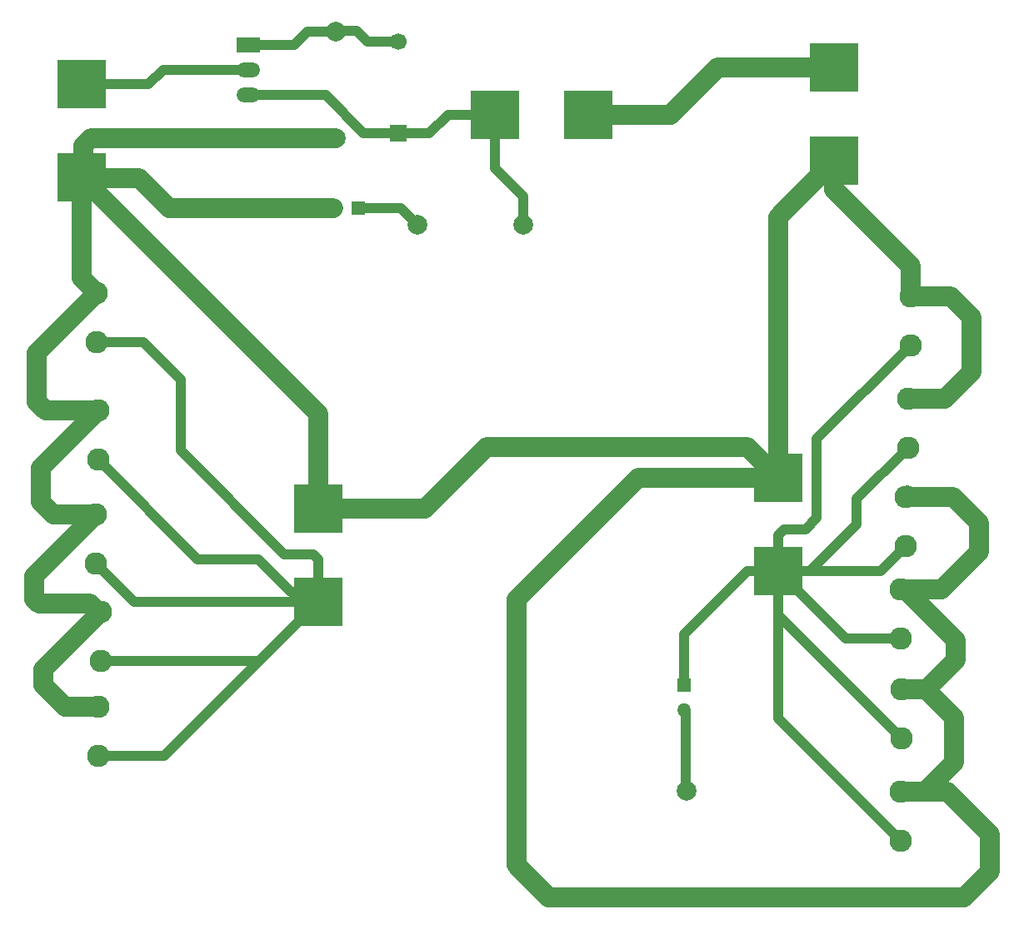
<source format=gtl>
G04*
G04 #@! TF.GenerationSoftware,Altium Limited,Altium Designer,24.2.2 (26)*
G04*
G04 Layer_Physical_Order=1*
G04 Layer_Color=255*
%FSLAX44Y44*%
%MOMM*%
G71*
G04*
G04 #@! TF.SameCoordinates,7C6F70DD-8240-47E6-B7E4-941F69E807E0*
G04*
G04*
G04 #@! TF.FilePolarity,Positive*
G04*
G01*
G75*
%ADD26C,2.0000*%
%ADD27C,1.0000*%
%ADD28C,2.2860*%
%ADD29R,5.0000X5.0000*%
%ADD30R,1.4000X1.3580*%
%ADD31O,1.3580X1.4000*%
%ADD32C,2.0000*%
%ADD33R,2.4000X1.5000*%
%ADD34O,2.4000X1.5000*%
%ADD35R,1.7000X1.7000*%
%ADD36C,1.7000*%
%ADD37R,5.0000X5.0000*%
%ADD38R,1.3580X1.4000*%
%ADD39O,1.4000X1.3580*%
D26*
X1155700Y643490D02*
X1159910D01*
X1197210D01*
X1235710Y681990D02*
Y711200D01*
X1197210Y643490D02*
X1235710Y681990D01*
X1160780Y737470D02*
X1209440D01*
X1235710Y711200D01*
X1160780Y737470D02*
X1162450Y739140D01*
X563880Y725680D02*
X672340D01*
X735330Y788670D01*
X1000000D01*
X1031240Y757430D01*
Y1022350D01*
X1088390Y1079500D01*
X306470Y524110D02*
X340360D01*
X284480Y546100D02*
X306470Y524110D01*
X284480Y546100D02*
Y562210D01*
X342900Y620630D01*
X280305Y629233D02*
X332055D01*
X340658Y620630D01*
X342900D01*
X275590Y633948D02*
Y657460D01*
Y633948D02*
X280305Y629233D01*
X275590Y657460D02*
X337820Y719690D01*
X281940Y732790D02*
Y767080D01*
Y732790D02*
X295040Y719690D01*
X337820D01*
X281940Y767080D02*
X340360Y825500D01*
X278130Y834390D02*
X287020Y825500D01*
X340360D01*
X278130Y834390D02*
Y883920D01*
X339090Y944880D01*
X323850Y960120D02*
X339090Y944880D01*
X323850Y960120D02*
Y1062480D01*
X324610Y1061720D02*
X563880Y822450D01*
X323850Y1062480D02*
X324610Y1061720D01*
X563880Y725680D02*
Y822450D01*
X412750Y1031240D02*
X579120D01*
X382270Y1061720D02*
X412750Y1031240D01*
X324610Y1061720D02*
X382270D01*
X325120Y1063750D02*
Y1094740D01*
X323850Y1062480D02*
X325120Y1063750D01*
Y1094740D02*
X333300Y1102920D01*
X581660D01*
X1181500Y541890D02*
X1181970D01*
X1156970D02*
X1181500D01*
X1181970D02*
X1211580Y571500D01*
Y591820D01*
X1159910Y643490D02*
X1211580Y591820D01*
X1180700Y437750D02*
X1203090D01*
X1155700D02*
X1180700D01*
X1210310Y467360D02*
Y513080D01*
X1180700Y437750D02*
X1210310Y467360D01*
X1181500Y541890D02*
X1210310Y513080D01*
X1220208Y330760D02*
X1246396Y356948D01*
X938530Y330760D02*
X1220208D01*
X1246396Y356948D02*
Y394444D01*
X1203090Y437750D02*
X1246396Y394444D01*
X798270Y330760D02*
X938530D01*
X765810Y363220D02*
Y633730D01*
Y363220D02*
X798270Y330760D01*
X765810Y633730D02*
X889510Y757430D01*
X1031240D01*
X1163320Y837800D02*
X1201020D01*
X1228090Y864870D01*
Y920750D01*
X1206900Y941940D02*
X1228090Y920750D01*
X1165860Y941940D02*
X1206900D01*
X1088390Y1050290D02*
X1165860Y972820D01*
Y941940D02*
Y972820D01*
X1088390Y1050290D02*
Y1079500D01*
X838710Y1126490D02*
X922020D01*
X970030Y1174500D02*
X1088390D01*
X922020Y1126490D02*
X970030Y1174500D01*
D27*
X1031240Y698500D02*
X1037590Y704850D01*
X1031240Y662430D02*
Y698500D01*
X1037590Y704850D02*
X1059180D01*
X1070610Y716280D01*
Y796690D02*
X1165860Y891940D01*
X1070610Y716280D02*
Y796690D01*
X1111250Y735730D02*
X1163320Y787800D01*
X1111250Y709930D02*
Y735730D01*
X546610Y630680D02*
Y634272D01*
X386550Y894880D02*
X424180Y857250D01*
X339090Y894880D02*
X386550D01*
X424180Y784860D02*
Y857250D01*
Y784860D02*
X529590Y679450D01*
X558800D01*
X563880Y630680D02*
Y674370D01*
X558800Y679450D02*
X563880Y674370D01*
X536558Y640732D02*
X540150D01*
X441490Y674370D02*
X502920D01*
X546610Y630680D02*
X563880D01*
X376830D02*
X546610D01*
X540150Y640732D02*
X546610Y634272D01*
X502920Y674370D02*
X536558Y640732D01*
X340360Y775500D02*
X441490Y674370D01*
X503830Y570630D02*
X563880Y630680D01*
X407310Y474110D02*
X503830Y570630D01*
X340360Y474110D02*
X407310D01*
X342900Y570630D02*
X503830D01*
X337820Y669690D02*
X376830Y630680D01*
X935990Y546100D02*
Y598170D01*
X1000250Y662430D01*
X1031240D01*
X937260Y440130D02*
Y519430D01*
X935990Y520700D02*
X937260Y519430D01*
Y440130D02*
X938530Y438860D01*
X610280Y1108030D02*
X645160D01*
X492760Y1146810D02*
X571500D01*
X610280Y1108030D01*
X323850Y1157480D02*
X391670D01*
X406400Y1172210D01*
X492760D01*
Y1197610D02*
X539750D01*
X553160Y1211020D01*
X581660D01*
X582220Y1211580D02*
X603250D01*
X581660Y1211020D02*
X582220Y1211580D01*
X614000Y1200830D02*
X645160D01*
X603250Y1211580D02*
X614000Y1200830D01*
X648260Y1031240D02*
X664770Y1014730D01*
X604520Y1031240D02*
X648260D01*
X645750Y1107440D02*
X676910D01*
X645160Y1108030D02*
X645750Y1107440D01*
X695960Y1126490D02*
X743710D01*
X676910Y1107440D02*
X695960Y1126490D01*
X743710Y1072390D02*
Y1126490D01*
Y1072390D02*
X772870Y1043230D01*
Y1014730D02*
Y1043230D01*
X1031240Y617620D02*
Y662430D01*
Y512210D02*
Y617620D01*
Y512210D02*
X1155700Y387750D01*
X1031240Y617620D02*
X1156970Y491890D01*
X1100180Y593490D02*
X1155700D01*
X1031240Y662430D02*
X1100180Y593490D01*
X1063750Y662430D02*
X1135740D01*
X1031240D02*
X1063750D01*
X1135740D02*
X1160780Y687470D01*
X1063750Y662430D02*
X1111250Y709930D01*
D28*
X1155700Y387750D02*
D03*
Y437750D02*
D03*
X1156970Y491890D02*
D03*
Y541890D02*
D03*
X1155700Y593490D02*
D03*
Y643490D02*
D03*
X1165860Y941940D02*
D03*
Y891940D02*
D03*
X1160780Y737470D02*
D03*
Y687470D02*
D03*
X1163320Y837800D02*
D03*
Y787800D02*
D03*
X340360Y524110D02*
D03*
Y474110D02*
D03*
X342900Y620630D02*
D03*
Y570630D02*
D03*
X337820Y719690D02*
D03*
Y669690D02*
D03*
X339090Y944880D02*
D03*
Y894880D02*
D03*
X340360Y825500D02*
D03*
Y775500D02*
D03*
D29*
X1031240Y662430D02*
D03*
Y757430D02*
D03*
X1088390Y1174500D02*
D03*
Y1079500D02*
D03*
X323850Y1157480D02*
D03*
Y1062480D02*
D03*
X563880Y630680D02*
D03*
Y725680D02*
D03*
D30*
X604520Y1031240D02*
D03*
D31*
X579120D02*
D03*
D32*
X664770Y1014730D02*
D03*
X772870D02*
D03*
X581660Y1211020D02*
D03*
Y1102920D02*
D03*
X938530Y330760D02*
D03*
Y438860D02*
D03*
D33*
X492760Y1197610D02*
D03*
D34*
Y1172210D02*
D03*
Y1146810D02*
D03*
D35*
X645160Y1108030D02*
D03*
D36*
Y1200830D02*
D03*
D37*
X743710Y1126490D02*
D03*
X838710D02*
D03*
D38*
X935990Y546100D02*
D03*
D39*
Y520700D02*
D03*
M02*

</source>
